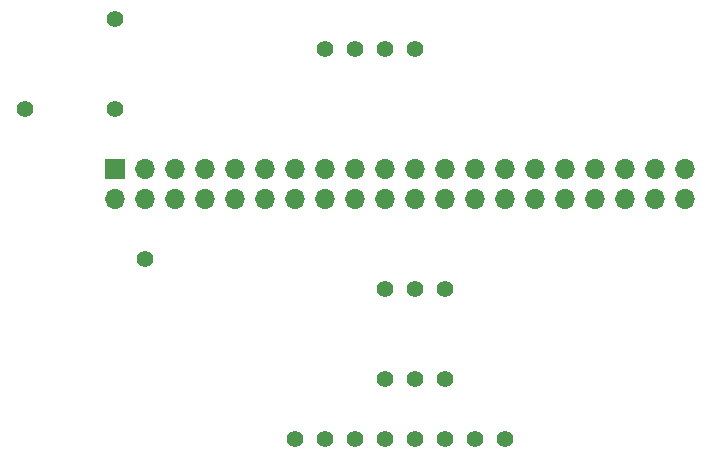
<source format=gbr>
%TF.GenerationSoftware,KiCad,Pcbnew,7.0.7*%
%TF.CreationDate,2023-12-05T07:46:16-07:00*%
%TF.ProjectId,kicad,6b696361-642e-46b6-9963-61645f706362,rev?*%
%TF.SameCoordinates,Original*%
%TF.FileFunction,Soldermask,Bot*%
%TF.FilePolarity,Negative*%
%FSLAX46Y46*%
G04 Gerber Fmt 4.6, Leading zero omitted, Abs format (unit mm)*
G04 Created by KiCad (PCBNEW 7.0.7) date 2023-12-05 07:46:16*
%MOMM*%
%LPD*%
G01*
G04 APERTURE LIST*
%ADD10C,1.400000*%
%ADD11R,1.700000X1.700000*%
%ADD12O,1.700000X1.700000*%
G04 APERTURE END LIST*
D10*
%TO.C,1*%
X134620000Y-119380000D03*
%TD*%
%TO.C,1*%
X139700000Y-106680000D03*
%TD*%
%TO.C,1*%
X144780000Y-119380000D03*
%TD*%
%TO.C,1*%
X109220000Y-91440000D03*
%TD*%
%TO.C,1*%
X132080000Y-119380000D03*
%TD*%
%TO.C,1*%
X139700000Y-119380000D03*
%TD*%
%TO.C,1*%
X147320000Y-119380000D03*
%TD*%
%TO.C,1*%
X134620000Y-86360000D03*
%TD*%
%TO.C,1*%
X149860000Y-119380000D03*
%TD*%
%TO.C,1*%
X144780000Y-106680000D03*
%TD*%
%TO.C,1*%
X137160000Y-119380000D03*
%TD*%
%TO.C,4*%
X142240000Y-86360000D03*
%TD*%
%TO.C,1*%
X142240000Y-106680000D03*
%TD*%
%TO.C,1*%
X142240000Y-119380000D03*
%TD*%
%TO.C,1*%
X116840000Y-83820000D03*
%TD*%
%TO.C,3*%
X139700000Y-86360000D03*
%TD*%
%TO.C,1*%
X142240000Y-114300000D03*
%TD*%
%TO.C,1*%
X144780000Y-114300000D03*
%TD*%
%TO.C,2*%
X137160000Y-86360000D03*
%TD*%
%TO.C,1*%
X139700000Y-114300000D03*
%TD*%
%TO.C,1*%
X119380000Y-104140000D03*
%TD*%
%TO.C,1*%
X116840000Y-91440000D03*
%TD*%
D11*
%TO.C,REF\u002A\u002A*%
X116840000Y-96520000D03*
D12*
X116840000Y-99060000D03*
X119380000Y-96520000D03*
X119380000Y-99060000D03*
X121920000Y-96520000D03*
X121920000Y-99060000D03*
X124460000Y-96520000D03*
X124460000Y-99060000D03*
X127000000Y-96520000D03*
X127000000Y-99060000D03*
X129540000Y-96520000D03*
X129540000Y-99060000D03*
X132080000Y-96520000D03*
X132080000Y-99060000D03*
X134620000Y-96520000D03*
X134620000Y-99060000D03*
X137160000Y-96520000D03*
X137160000Y-99060000D03*
X139700000Y-96520000D03*
X139700000Y-99060000D03*
X142240000Y-96520000D03*
X142240000Y-99060000D03*
X144780000Y-96520000D03*
X144780000Y-99060000D03*
X147320000Y-96520000D03*
X147320000Y-99060000D03*
X149860000Y-96520000D03*
X149860000Y-99060000D03*
X152400000Y-96520000D03*
X152400000Y-99060000D03*
X154940000Y-96520000D03*
X154940000Y-99060000D03*
X157480000Y-96520000D03*
X157480000Y-99060000D03*
X160020000Y-96520000D03*
X160020000Y-99060000D03*
X162560000Y-96520000D03*
X162560000Y-99060000D03*
X165100000Y-96520000D03*
X165100000Y-99060000D03*
%TD*%
M02*

</source>
